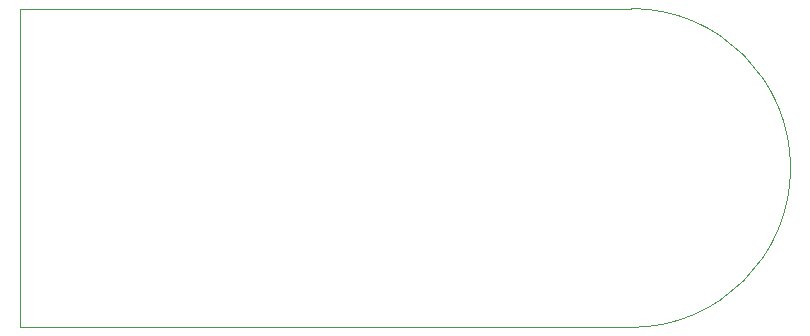
<source format=gbr>
%TF.GenerationSoftware,KiCad,Pcbnew,(6.0.6-0)*%
%TF.CreationDate,2022-07-18T23:30:02+08:00*%
%TF.ProjectId,VFD,5646442e-6b69-4636-9164-5f7063625858,rev?*%
%TF.SameCoordinates,Original*%
%TF.FileFunction,Profile,NP*%
%FSLAX46Y46*%
G04 Gerber Fmt 4.6, Leading zero omitted, Abs format (unit mm)*
G04 Created by KiCad (PCBNEW (6.0.6-0)) date 2022-07-18 23:30:02*
%MOMM*%
%LPD*%
G01*
G04 APERTURE LIST*
%TA.AperFunction,Profile*%
%ADD10C,0.100000*%
%TD*%
G04 APERTURE END LIST*
D10*
X104000000Y-100500000D02*
X155750000Y-100500000D01*
X104000000Y-100500000D02*
X104000000Y-73500000D01*
X155750000Y-100500000D02*
G75*
G03*
X155750000Y-73500000I0J13500000D01*
G01*
X104000000Y-73500000D02*
X155750000Y-73500000D01*
M02*

</source>
